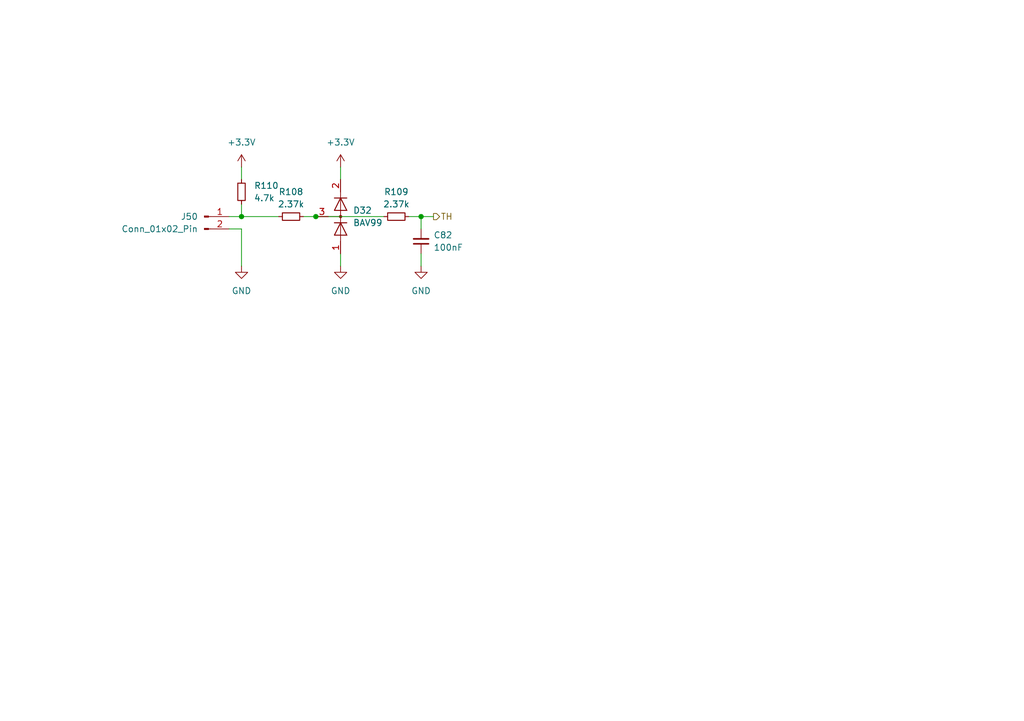
<source format=kicad_sch>
(kicad_sch (version 20250114) (generator "eeschema") (generator_version "9.0")
  (paper "A5")
  (lib_symbols
    (symbol "Connector:Conn_01x02_Pin" (pin_names (offset 1.016) (hide yes))
      (property "Reference" "J" (at 0 2.54 0))
      (property "Value" "Conn_01x02_Pin" (at 0 -5.08 0))
      (symbol "Conn_01x02_Pin_1_1"
        (rectangle (start 0.8636 0.127) (end 0 -0.127) (stroke (width 0.1524)) (fill (type outline)))
        (rectangle (start 0.8636 -2.413) (end 0 -2.667) (stroke (width 0.1524)) (fill (type outline)))
        (polyline (pts (xy 1.27 0) (xy 0.8636 0)) (stroke (width 0.1524)))
        (polyline (pts (xy 1.27 -2.54) (xy 0.8636 -2.54)) (stroke (width 0.1524)))
        (pin passive line (at 5.08 0 180) (length 3.81) (name "Pin_1") (number "1"))
        (pin passive line (at 5.08 -2.54 180) (length 3.81) (name "Pin_2") (number "2"))
      )
    )
    (symbol "Device:C_Small" (pin_numbers (hide yes)) (pin_names (offset 0.254) (hide yes))
      (property "Reference" "C" (at 0.254 1.778 0))
      (property "Value" "C_Small" (at 0.254 -2.032 0))
      (symbol "C_Small_0_1"
        (polyline (pts (xy -1.524 0.508) (xy 1.524 0.508)) (stroke (width 0.3048)))
        (polyline (pts (xy -1.524 -0.508) (xy 1.524 -0.508)) (stroke (width 0.3302)))
      )
      (symbol "C_Small_1_1"
        (pin passive line (at 0 2.54 270) (length 2.032) (name "~") (number "1"))
        (pin passive line (at 0 -2.54 90) (length 2.032) (name "~") (number "2"))
      )
    )
    (symbol "Device:R_Small" (pin_numbers (hide yes)) (pin_names (offset 0.254) (hide yes))
      (property "Reference" "R" (at 0.762 0.508 0))
      (property "Value" "R_Small" (at 0.762 -1.016 0))
      (symbol "R_Small_0_1"
        (rectangle (start -0.762 1.778) (end 0.762 -1.778) (stroke (width 0.2032)))
      )
      (symbol "R_Small_1_1"
        (pin passive line (at 0 2.54 270) (length 0.762) (name "~") (number "1"))
        (pin passive line (at 0 -2.54 90) (length 0.762) (name "~") (number "2"))
      )
    )
    (symbol "Diode:BAV99" (pin_names (hide yes))
      (property "Reference" "D" (at 0 5.08 0))
      (property "Value" "BAV99" (at 0 2.54 0))
      (symbol "BAV99_0_1"
        (polyline (pts (xy -5.08 0) (xy 5.08 0)))
      )
      (symbol "BAV99_1_1"
        (polyline (pts (xy -3.81 1.27) (xy -1.27 0) (xy -3.81 -1.27) (xy -3.81 1.27) (xy -3.81 1.27) (xy -3.81 1.27)) (stroke (width 0.2032)))
        (polyline (pts (xy -1.27 -1.27) (xy -1.27 1.27) (xy -1.27 1.27)) (stroke (width 0.2032)))
        (polyline (pts (xy 0 0) (xy 0 -2.54)))
        (circle (center 0 0) (radius 0.254) (fill (type outline)))
        (polyline (pts (xy 1.27 1.27) (xy 3.81 0) (xy 1.27 -1.27) (xy 1.27 1.27) (xy 1.27 1.27) (xy 1.27 1.27)) (stroke (width 0.2032)))
        (polyline (pts (xy 3.81 1.27) (xy 3.81 -1.27) (xy 3.81 -1.27)) (stroke (width 0.2032)))
        (pin passive line (at -7.62 0 0) (length 2.54) (name "K") (number "1"))
        (pin passive line (at 0 -5.08 90) (length 2.54) (name "K") (number "3"))
        (pin passive line (at 7.62 0 180) (length 2.54) (name "A") (number "2"))
      )
    )
    (symbol "power:+3.3V" (power) (pin_numbers (hide yes)) (pin_names (offset 0) (hide yes))
      (property "Value" "+3.3V" (at 0 3.556 0))
      (symbol "+3.3V_0_1"
        (polyline (pts (xy -0.762 1.27) (xy 0 2.54)))
        (polyline (pts (xy 0 2.54) (xy 0.762 1.27)))
        (polyline (pts (xy 0 0) (xy 0 2.54)))
      )
      (symbol "+3.3V_1_1"
        (pin power_in line (at 0 0 90) (length 0) (name "~") (number "1"))
      )
    )
    (symbol "power:GND" (power) (pin_numbers (hide yes)) (pin_names (offset 0) (hide yes))
      (property "Value" "GND" (at 0 -3.81 0))
      (symbol "GND_0_1"
        (polyline (pts (xy 0 0) (xy 0 -1.27) (xy 1.27 -1.27) (xy 0 -2.54) (xy -1.27 -1.27) (xy 0 -1.27)))
      )
      (symbol "GND_1_1"
        (pin power_in line (at 0 0 270) (length 0) (name "~") (number "1"))
      )
    )
  )
  (junction (at 86.36 44.45))
  (junction (at 64.77 44.45))
  (junction (at 49.53 44.45))
  (wire (pts (xy 62.23 44.45) (xy 64.77 44.45)))
  (wire (pts (xy 49.53 44.45) (xy 57.15 44.45)))
  (wire (pts (xy 86.36 44.45) (xy 88.9 44.45)))
  (wire (pts (xy 64.77 44.45) (xy 78.74 44.45)))
  (wire (pts (xy 69.85 52.07) (xy 69.85 54.61)))
  (wire (pts (xy 86.36 44.45) (xy 86.36 46.99)))
  (wire (pts (xy 49.53 34.29) (xy 49.53 36.83)))
  (wire (pts (xy 83.82 44.45) (xy 86.36 44.45)))
  (wire (pts (xy 86.36 52.07) (xy 86.36 54.61)))
  (wire (pts (xy 69.85 34.29) (xy 69.85 36.83)))
  (wire (pts (xy 49.53 46.99) (xy 46.99 46.99)))
  (wire (pts (xy 46.99 44.45) (xy 49.53 44.45)))
  (wire (pts (xy 49.53 54.61) (xy 49.53 46.99)))
  (wire (pts (xy 49.53 44.45) (xy 49.53 41.91)))
  (hierarchical_label "TH" (shape output) (at 88.9 44.45 0))
  (symbol (lib_id "Connector:Conn_01x02_Pin") (at 41.91 44.45 0) (unit 1)
    (property "Reference" "J50" (at 40.64 44.45 0) (effects (justify right)))
    (property "Value" "Conn_01x02_Pin" (at 40.64 46.99 0) (effects (justify right)))
    (property "Footprint" "Connector_JST:JST_XH_B2B-XH-A_1x02_P2.50mm_Vertical" (effects (hide yes)))
    (property "Description" "Generic connector, single row, 01x02, script generated" (effects (hide yes)))
    (property "LCSC" "C378939" (effects (hide yes)))
  )
  (symbol (lib_id "power:GND") (at 69.85 54.61 0) (unit 1)
    (property "Reference" "#PWR0256" (effects (hide yes)))
    (property "Value" "GND" (at 69.85 59.69 0))
    (property "Description" "Power symbol creates a global label with name \"GND\" , ground" (effects (hide yes)))
  )
  (symbol (lib_id "Device:R_Small") (at 49.53 39.37 180) (unit 1)
    (property "Reference" "R110" (at 52.07 38.1 0) (effects (justify right)))
    (property "Value" "4.7k" (at 52.07 40.64 0) (effects (justify right)))
    (property "Footprint" "Capacitor_SMD:C_0603_1608Metric" (effects (hide yes)))
    (property "Description" "Resistor, small symbol" (effects (hide yes)))
    (property "LCSC" "C99782" (effects (hide yes)))
  )
  (symbol (lib_id "Device:C_Small") (at 86.36 49.53 180) (unit 1)
    (property "Reference" "C82" (at 88.9 48.2536 0) (effects (justify right)))
    (property "Value" "100nF" (at 88.9 50.7936 0) (effects (justify right)))
    (property "Footprint" "Capacitor_SMD:C_0603_1608Metric" (effects (hide yes)))
    (property "Description" "Unpolarized capacitor, small symbol" (effects (hide yes)))
    (property "LCSC" "C14663" (effects (hide yes)))
  )
  (symbol (lib_id "Device:R_Small") (at 59.69 44.45 270) (unit 1)
    (property "Reference" "R108" (at 59.69 39.37 90))
    (property "Value" "2.37k" (at 59.69 41.91 90))
    (property "Footprint" "Capacitor_SMD:C_0603_1608Metric" (effects (hide yes)))
    (property "Description" "Resistor, small symbol" (effects (hide yes)))
    (property "LCSC" "C705759" (effects (hide yes)))
  )
  (symbol (lib_id "power:GND") (at 49.53 54.61 0) (unit 1)
    (property "Reference" "#PWR0254" (effects (hide yes)))
    (property "Value" "GND" (at 49.53 59.69 0))
    (property "Description" "Power symbol creates a global label with name \"GND\" , ground" (effects (hide yes)))
  )
  (symbol (lib_id "Device:R_Small") (at 81.28 44.45 270) (unit 1)
    (property "Reference" "R109" (at 81.28 39.37 90))
    (property "Value" "2.37k" (at 81.28 41.91 90))
    (property "Footprint" "Capacitor_SMD:C_0603_1608Metric" (effects (hide yes)))
    (property "Description" "Resistor, small symbol" (effects (hide yes)))
    (property "LCSC" "C705759" (effects (hide yes)))
  )
  (symbol (lib_id "power:+3.3V") (at 49.53 34.29 0) (unit 1)
    (property "Reference" "#PWR0253" (effects (hide yes)))
    (property "Value" "+3.3V" (at 49.53 29.21 0))
    (property "Description" "Power symbol creates a global label with name \"+3.3V\"" (effects (hide yes)))
  )
  (symbol (lib_id "Diode:BAV99") (at 69.85 44.45 270) (mirror x) (unit 1)
    (property "Reference" "D32" (at 72.39 43.18 90) (effects (justify left)))
    (property "Value" "BAV99" (at 72.39 45.72 90) (effects (justify left)))
    (property "Footprint" "Package_TO_SOT_SMD:SOT-23" (effects (hide yes)))
    (property "Datasheet" "https://assets.nexperia.com/documents/data-sheet/BAV99_SER.pdf" (effects (hide yes)))
    (property "Description" "BAV99 High-speed switching diodes, SOT-23" (effects (hide yes)))
    (property "LCSC" "C2500" (effects (hide yes)))
  )
  (symbol (lib_id "power:GND") (at 86.36 54.61 0) (unit 1)
    (property "Reference" "#PWR0257" (effects (hide yes)))
    (property "Value" "GND" (at 86.36 59.69 0))
    (property "Description" "Power symbol creates a global label with name \"GND\" , ground" (effects (hide yes)))
  )
  (symbol (lib_id "power:+3.3V") (at 69.85 34.29 0) (unit 1)
    (property "Reference" "#PWR0255" (effects (hide yes)))
    (property "Value" "+3.3V" (at 69.85 29.21 0))
    (property "Description" "Power symbol creates a global label with name \"+3.3V\"" (effects (hide yes)))
  )
)
</source>
